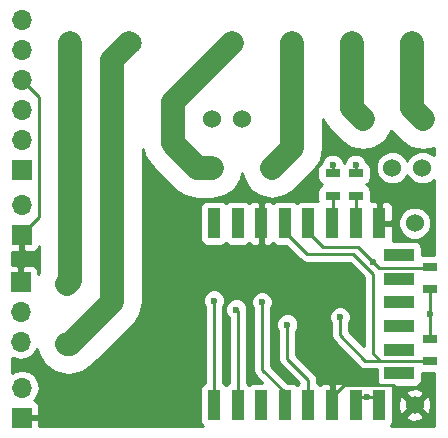
<source format=gbr>
G04 #@! TF.FileFunction,Copper,L2,Bot,Signal*
%FSLAX46Y46*%
G04 Gerber Fmt 4.6, Leading zero omitted, Abs format (unit mm)*
G04 Created by KiCad (PCBNEW 4.0.6) date Saturday, 10. February 2018 20:56:55*
%MOMM*%
%LPD*%
G01*
G04 APERTURE LIST*
%ADD10C,0.100000*%
%ADD11C,1.524000*%
%ADD12R,1.100000X2.500000*%
%ADD13R,2.500000X1.100000*%
%ADD14R,1.700000X1.700000*%
%ADD15O,1.700000X1.700000*%
%ADD16R,1.300000X0.700000*%
%ADD17C,1.800000*%
%ADD18C,0.600000*%
%ADD19C,0.250000*%
%ADD20C,2.000000*%
%ADD21C,0.254000*%
G04 APERTURE END LIST*
D10*
D11*
X162702400Y-107950000D03*
X157622400Y-107950000D03*
X147442400Y-107950000D03*
X144902400Y-107950000D03*
D12*
X145034000Y-116775000D03*
X147034000Y-116775000D03*
X149034000Y-116775000D03*
X151034000Y-116775000D03*
X153034000Y-116775000D03*
X155034000Y-116775000D03*
X157034000Y-116775000D03*
X159034000Y-116775000D03*
X159034000Y-132175000D03*
X157034000Y-132175000D03*
X155034000Y-132175000D03*
X153034000Y-132175000D03*
X151034000Y-132175000D03*
X149034000Y-132175000D03*
X147034000Y-132175000D03*
X145034000Y-132175000D03*
D13*
X160734000Y-119465000D03*
X160734000Y-121465000D03*
X160734000Y-123465000D03*
X160734000Y-125465000D03*
X160734000Y-127465000D03*
X160734000Y-129465000D03*
D11*
X132620000Y-121960000D03*
X132620000Y-126960000D03*
X162020000Y-116760000D03*
X162020000Y-132160000D03*
D14*
X128778000Y-117729000D03*
D15*
X128778000Y-115189000D03*
D14*
X128778000Y-133223000D03*
D15*
X128778000Y-130683000D03*
D14*
X128778000Y-112268000D03*
D15*
X128778000Y-109728000D03*
X128778000Y-107188000D03*
X128778000Y-104648000D03*
X128778000Y-102108000D03*
X128778000Y-99568000D03*
D11*
X144891600Y-112064800D03*
X149971600Y-112064800D03*
X160151600Y-112064800D03*
X162691600Y-112064800D03*
D16*
X163322000Y-128458000D03*
X163322000Y-126558000D03*
X163322000Y-120462000D03*
X163322000Y-122362000D03*
X155092400Y-112537200D03*
X155092400Y-114437200D03*
X157022800Y-112537200D03*
X157022800Y-114437200D03*
D17*
X161798000Y-101473000D03*
X156718000Y-101473000D03*
X151638000Y-101498400D03*
X146558000Y-101498400D03*
X138049000Y-101473000D03*
X132969000Y-101473000D03*
D14*
X128676400Y-121767600D03*
D15*
X128676400Y-124307600D03*
X128676400Y-126847600D03*
D18*
X157988000Y-131475000D03*
X163322000Y-124460000D03*
X153162000Y-123952000D03*
X145034000Y-123317000D03*
X146939000Y-124079000D03*
X155702000Y-124714000D03*
X158496000Y-120015000D03*
X151257000Y-125349000D03*
X155092400Y-111810800D03*
X157022800Y-111810800D03*
X149098000Y-123444000D03*
D19*
X157034000Y-131475000D02*
X157988000Y-131475000D01*
X157988000Y-131475000D02*
X159034000Y-131475000D01*
X163322000Y-122362000D02*
X163322000Y-124460000D01*
X163322000Y-124460000D02*
X163322000Y-126539000D01*
X163322000Y-122381000D02*
X163322000Y-124460000D01*
X128778000Y-117729000D02*
X128778000Y-117709398D01*
X128778000Y-117709398D02*
X130256998Y-116230400D01*
X130256998Y-116230400D02*
X130256998Y-106126998D01*
X130256998Y-106126998D02*
X128778000Y-104648000D01*
X162020000Y-132160000D02*
X161878000Y-132160000D01*
X161878000Y-132160000D02*
X160172400Y-130454400D01*
X160172400Y-130454400D02*
X156054600Y-130454400D01*
X156054600Y-130454400D02*
X155034000Y-131475000D01*
X145034000Y-123317000D02*
X145034000Y-131475000D01*
X147034000Y-124174000D02*
X147034000Y-124206000D01*
X146939000Y-124079000D02*
X147034000Y-124174000D01*
X147034000Y-124206000D02*
X147034000Y-131475000D01*
X157607000Y-120142000D02*
X158496000Y-121031000D01*
X158496000Y-121031000D02*
X158496000Y-123825000D01*
X159131000Y-128397000D02*
X157861000Y-128397000D01*
X155702000Y-126238000D02*
X155702000Y-124714000D01*
X157861000Y-128397000D02*
X155702000Y-126238000D01*
X152939000Y-119380000D02*
X151034000Y-117475000D01*
X156845000Y-119380000D02*
X152939000Y-119380000D01*
X157607000Y-120142000D02*
X156845000Y-119380000D01*
X159131000Y-128397000D02*
X163261000Y-128397000D01*
X158496000Y-127762000D02*
X158496000Y-123825000D01*
X159131000Y-128397000D02*
X158496000Y-127762000D01*
X163261000Y-128397000D02*
X163322000Y-128458000D01*
X159004000Y-120523000D02*
X158496000Y-120015000D01*
X158496000Y-120015000D02*
X157226000Y-118745000D01*
X157226000Y-118745000D02*
X154304000Y-118745000D01*
X154304000Y-118745000D02*
X153034000Y-117475000D01*
X159004000Y-120523000D02*
X163261000Y-120523000D01*
X163261000Y-120523000D02*
X163322000Y-120462000D01*
D20*
X156718000Y-101473000D02*
X156718000Y-107045600D01*
X156718000Y-107045600D02*
X157622400Y-107950000D01*
X161798000Y-101473000D02*
X161798000Y-107045600D01*
X161798000Y-107045600D02*
X162702400Y-107950000D01*
X144891600Y-112064800D02*
X143611600Y-112064800D01*
X141528800Y-106527600D02*
X146558000Y-101498400D01*
X141528800Y-109982000D02*
X141528800Y-106527600D01*
X143611600Y-112064800D02*
X141528800Y-109982000D01*
X151638000Y-101498400D02*
X151638000Y-110398400D01*
X151638000Y-110398400D02*
X149971600Y-112064800D01*
X132882000Y-101473000D02*
X132882000Y-121698000D01*
X132882000Y-121698000D02*
X132620000Y-121960000D01*
X132620000Y-126960000D02*
X132882000Y-126960000D01*
X132882000Y-126960000D02*
X136382002Y-123459998D01*
X136382002Y-123459998D02*
X136382002Y-102972998D01*
X136382002Y-102972998D02*
X137882000Y-101473000D01*
D19*
X155092400Y-114437200D02*
X155092400Y-117416600D01*
X155092400Y-117416600D02*
X155034000Y-117475000D01*
X157022800Y-114437200D02*
X157022800Y-117463800D01*
X157022800Y-117463800D02*
X157034000Y-117475000D01*
X151257000Y-128270000D02*
X151257000Y-125349000D01*
X153034000Y-131475000D02*
X153034000Y-130047000D01*
X153034000Y-130047000D02*
X151257000Y-128270000D01*
X153035000Y-131474000D02*
X153034000Y-131475000D01*
X155092400Y-112537200D02*
X155092400Y-111810800D01*
X157022800Y-112537200D02*
X157022800Y-111810800D01*
X149098000Y-123444000D02*
X149098000Y-129159000D01*
X149098000Y-129159000D02*
X151034000Y-131095000D01*
X151034000Y-131095000D02*
X151034000Y-131475000D01*
D21*
G36*
X162672000Y-129455440D02*
X163628000Y-129455440D01*
X163628000Y-133910000D01*
X160002946Y-133910000D01*
X160035441Y-133889090D01*
X160180431Y-133676890D01*
X160231440Y-133425000D01*
X160231440Y-133140213D01*
X161219392Y-133140213D01*
X161288857Y-133382397D01*
X161812302Y-133569144D01*
X162367368Y-133541362D01*
X162751143Y-133382397D01*
X162820608Y-133140213D01*
X162020000Y-132339605D01*
X161219392Y-133140213D01*
X160231440Y-133140213D01*
X160231440Y-131952302D01*
X160610856Y-131952302D01*
X160638638Y-132507368D01*
X160797603Y-132891143D01*
X161039787Y-132960608D01*
X161840395Y-132160000D01*
X162199605Y-132160000D01*
X163000213Y-132960608D01*
X163242397Y-132891143D01*
X163429144Y-132367698D01*
X163401362Y-131812632D01*
X163242397Y-131428857D01*
X163000213Y-131359392D01*
X162199605Y-132160000D01*
X161840395Y-132160000D01*
X161039787Y-131359392D01*
X160797603Y-131428857D01*
X160610856Y-131952302D01*
X160231440Y-131952302D01*
X160231440Y-131179787D01*
X161219392Y-131179787D01*
X162020000Y-131980395D01*
X162820608Y-131179787D01*
X162751143Y-130937603D01*
X162227698Y-130750856D01*
X161672632Y-130778638D01*
X161288857Y-130937603D01*
X161219392Y-131179787D01*
X160231440Y-131179787D01*
X160231440Y-130925000D01*
X160187162Y-130689683D01*
X160169632Y-130662440D01*
X161984000Y-130662440D01*
X162219317Y-130618162D01*
X162435441Y-130479090D01*
X162580431Y-130266890D01*
X162631440Y-130015000D01*
X162631440Y-129447226D01*
X162672000Y-129455440D01*
X162672000Y-129455440D01*
G37*
X162672000Y-129455440D02*
X163628000Y-129455440D01*
X163628000Y-133910000D01*
X160002946Y-133910000D01*
X160035441Y-133889090D01*
X160180431Y-133676890D01*
X160231440Y-133425000D01*
X160231440Y-133140213D01*
X161219392Y-133140213D01*
X161288857Y-133382397D01*
X161812302Y-133569144D01*
X162367368Y-133541362D01*
X162751143Y-133382397D01*
X162820608Y-133140213D01*
X162020000Y-132339605D01*
X161219392Y-133140213D01*
X160231440Y-133140213D01*
X160231440Y-131952302D01*
X160610856Y-131952302D01*
X160638638Y-132507368D01*
X160797603Y-132891143D01*
X161039787Y-132960608D01*
X161840395Y-132160000D01*
X162199605Y-132160000D01*
X163000213Y-132960608D01*
X163242397Y-132891143D01*
X163429144Y-132367698D01*
X163401362Y-131812632D01*
X163242397Y-131428857D01*
X163000213Y-131359392D01*
X162199605Y-132160000D01*
X161840395Y-132160000D01*
X161039787Y-131359392D01*
X160797603Y-131428857D01*
X160610856Y-131952302D01*
X160231440Y-131952302D01*
X160231440Y-131179787D01*
X161219392Y-131179787D01*
X162020000Y-131980395D01*
X162820608Y-131179787D01*
X162751143Y-130937603D01*
X162227698Y-130750856D01*
X161672632Y-130778638D01*
X161288857Y-130937603D01*
X161219392Y-131179787D01*
X160231440Y-131179787D01*
X160231440Y-130925000D01*
X160187162Y-130689683D01*
X160169632Y-130662440D01*
X161984000Y-130662440D01*
X162219317Y-130618162D01*
X162435441Y-130479090D01*
X162580431Y-130266890D01*
X162631440Y-130015000D01*
X162631440Y-129447226D01*
X162672000Y-129455440D01*
G36*
X154290968Y-108050910D02*
X154860430Y-108903170D01*
X155764831Y-109807570D01*
X156617090Y-110377032D01*
X157622400Y-110577001D01*
X158627710Y-110377032D01*
X159479970Y-109807570D01*
X160026656Y-108989396D01*
X160844831Y-109807570D01*
X161697090Y-110377032D01*
X162702400Y-110577001D01*
X163628000Y-110392887D01*
X163628000Y-111025453D01*
X163483970Y-110881171D01*
X162970700Y-110668043D01*
X162414939Y-110667558D01*
X161901297Y-110879790D01*
X161507971Y-111272430D01*
X161421651Y-111480312D01*
X161336610Y-111274497D01*
X160943970Y-110881171D01*
X160430700Y-110668043D01*
X159874939Y-110667558D01*
X159361297Y-110879790D01*
X158967971Y-111272430D01*
X158754843Y-111785700D01*
X158754358Y-112341461D01*
X158966590Y-112855103D01*
X159359230Y-113248429D01*
X159872500Y-113461557D01*
X160428261Y-113462042D01*
X160941903Y-113249810D01*
X161335229Y-112857170D01*
X161421549Y-112649288D01*
X161506590Y-112855103D01*
X161899230Y-113248429D01*
X162412500Y-113461557D01*
X162968261Y-113462042D01*
X163481903Y-113249810D01*
X163628000Y-113103968D01*
X163628000Y-119464560D01*
X162672000Y-119464560D01*
X162631440Y-119472192D01*
X162631440Y-118915000D01*
X162587162Y-118679683D01*
X162448090Y-118463559D01*
X162235890Y-118318569D01*
X161984000Y-118267560D01*
X160170847Y-118267560D01*
X160219000Y-118151309D01*
X160219000Y-117060750D01*
X160194911Y-117036661D01*
X160622758Y-117036661D01*
X160834990Y-117550303D01*
X161227630Y-117943629D01*
X161740900Y-118156757D01*
X162296661Y-118157242D01*
X162810303Y-117945010D01*
X163203629Y-117552370D01*
X163416757Y-117039100D01*
X163417242Y-116483339D01*
X163205010Y-115969697D01*
X162812370Y-115576371D01*
X162299100Y-115363243D01*
X161743339Y-115362758D01*
X161229697Y-115574990D01*
X160836371Y-115967630D01*
X160623243Y-116480900D01*
X160622758Y-117036661D01*
X160194911Y-117036661D01*
X160060250Y-116902000D01*
X159161000Y-116902000D01*
X159161000Y-116922000D01*
X158907000Y-116922000D01*
X158907000Y-116902000D01*
X158887000Y-116902000D01*
X158887000Y-116648000D01*
X158907000Y-116648000D01*
X158907000Y-115048750D01*
X159161000Y-115048750D01*
X159161000Y-116648000D01*
X160060250Y-116648000D01*
X160219000Y-116489250D01*
X160219000Y-115398691D01*
X160122327Y-115165302D01*
X159943699Y-114986673D01*
X159710310Y-114890000D01*
X159319750Y-114890000D01*
X159161000Y-115048750D01*
X158907000Y-115048750D01*
X158748250Y-114890000D01*
X158357690Y-114890000D01*
X158294087Y-114916345D01*
X158320240Y-114787200D01*
X158320240Y-114087200D01*
X158275962Y-113851883D01*
X158136890Y-113635759D01*
X157924690Y-113490769D01*
X157911603Y-113488119D01*
X158124241Y-113351290D01*
X158269231Y-113139090D01*
X158320240Y-112887200D01*
X158320240Y-112187200D01*
X158275962Y-111951883D01*
X158136890Y-111735759D01*
X157950978Y-111608731D01*
X157815917Y-111281857D01*
X157553127Y-111018608D01*
X157209599Y-110875962D01*
X156837633Y-110875638D01*
X156493857Y-111017683D01*
X156230608Y-111280473D01*
X156092550Y-111612951D01*
X156058666Y-111634755D01*
X156020578Y-111608731D01*
X155885517Y-111281857D01*
X155622727Y-111018608D01*
X155279199Y-110875962D01*
X154907233Y-110875638D01*
X154563457Y-111017683D01*
X154300208Y-111280473D01*
X154162150Y-111612951D01*
X153990959Y-111723110D01*
X153845969Y-111935310D01*
X153794960Y-112187200D01*
X153794960Y-112887200D01*
X153839238Y-113122517D01*
X153978310Y-113338641D01*
X154190510Y-113483631D01*
X154203597Y-113486281D01*
X153990959Y-113623110D01*
X153845969Y-113835310D01*
X153794960Y-114087200D01*
X153794960Y-114787200D01*
X153820993Y-114925552D01*
X153584000Y-114877560D01*
X152484000Y-114877560D01*
X152248683Y-114921838D01*
X152032559Y-115060910D01*
X152031610Y-115062299D01*
X151835890Y-114928569D01*
X151584000Y-114877560D01*
X150484000Y-114877560D01*
X150248683Y-114921838D01*
X150032559Y-115060910D01*
X150026623Y-115069598D01*
X149943699Y-114986673D01*
X149710310Y-114890000D01*
X149319750Y-114890000D01*
X149161000Y-115048750D01*
X149161000Y-116648000D01*
X149181000Y-116648000D01*
X149181000Y-116902000D01*
X149161000Y-116902000D01*
X149161000Y-118501250D01*
X149319750Y-118660000D01*
X149710310Y-118660000D01*
X149943699Y-118563327D01*
X150026252Y-118480774D01*
X150232110Y-118621431D01*
X150484000Y-118672440D01*
X151156638Y-118672440D01*
X152401599Y-119917401D01*
X152648161Y-120082148D01*
X152939000Y-120140000D01*
X156530198Y-120140000D01*
X157736000Y-121345802D01*
X157736000Y-127197198D01*
X156462000Y-125923198D01*
X156462000Y-125276463D01*
X156494192Y-125244327D01*
X156636838Y-124900799D01*
X156637162Y-124528833D01*
X156495117Y-124185057D01*
X156232327Y-123921808D01*
X155888799Y-123779162D01*
X155516833Y-123778838D01*
X155173057Y-123920883D01*
X154909808Y-124183673D01*
X154767162Y-124527201D01*
X154766838Y-124899167D01*
X154908883Y-125242943D01*
X154942000Y-125276118D01*
X154942000Y-126238000D01*
X154999852Y-126528839D01*
X155164599Y-126775401D01*
X157323599Y-128934401D01*
X157570161Y-129099148D01*
X157861000Y-129157000D01*
X158836560Y-129157000D01*
X158836560Y-130015000D01*
X158880838Y-130250317D01*
X158898368Y-130277560D01*
X158484000Y-130277560D01*
X158248683Y-130321838D01*
X158032559Y-130460910D01*
X158031610Y-130462299D01*
X157835890Y-130328569D01*
X157584000Y-130277560D01*
X156484000Y-130277560D01*
X156248683Y-130321838D01*
X156032559Y-130460910D01*
X156026623Y-130469598D01*
X155943699Y-130386673D01*
X155710310Y-130290000D01*
X155319750Y-130290000D01*
X155161000Y-130448750D01*
X155161000Y-132048000D01*
X155181000Y-132048000D01*
X155181000Y-132302000D01*
X155161000Y-132302000D01*
X155161000Y-132322000D01*
X154907000Y-132322000D01*
X154907000Y-132302000D01*
X154887000Y-132302000D01*
X154887000Y-132048000D01*
X154907000Y-132048000D01*
X154907000Y-130448750D01*
X154748250Y-130290000D01*
X154357690Y-130290000D01*
X154124301Y-130386673D01*
X154041748Y-130469226D01*
X153835890Y-130328569D01*
X153794000Y-130320086D01*
X153794000Y-130047000D01*
X153736148Y-129756161D01*
X153653819Y-129632946D01*
X153571402Y-129509599D01*
X152017000Y-127955198D01*
X152017000Y-125911463D01*
X152049192Y-125879327D01*
X152191838Y-125535799D01*
X152192162Y-125163833D01*
X152050117Y-124820057D01*
X151787327Y-124556808D01*
X151443799Y-124414162D01*
X151071833Y-124413838D01*
X150728057Y-124555883D01*
X150464808Y-124818673D01*
X150322162Y-125162201D01*
X150321838Y-125534167D01*
X150463883Y-125877943D01*
X150497000Y-125911118D01*
X150497000Y-128270000D01*
X150554852Y-128560839D01*
X150719599Y-128807401D01*
X152239770Y-130327573D01*
X152032559Y-130460910D01*
X152031610Y-130462299D01*
X151835890Y-130328569D01*
X151584000Y-130277560D01*
X151291362Y-130277560D01*
X149858000Y-128844198D01*
X149858000Y-124006463D01*
X149890192Y-123974327D01*
X150032838Y-123630799D01*
X150033162Y-123258833D01*
X149891117Y-122915057D01*
X149628327Y-122651808D01*
X149284799Y-122509162D01*
X148912833Y-122508838D01*
X148569057Y-122650883D01*
X148305808Y-122913673D01*
X148163162Y-123257201D01*
X148162838Y-123629167D01*
X148304883Y-123972943D01*
X148338000Y-124006118D01*
X148338000Y-129159000D01*
X148395852Y-129449839D01*
X148560599Y-129696401D01*
X149141758Y-130277560D01*
X148484000Y-130277560D01*
X148248683Y-130321838D01*
X148032559Y-130460910D01*
X148031610Y-130462299D01*
X147835890Y-130328569D01*
X147794000Y-130320086D01*
X147794000Y-124458069D01*
X147873838Y-124265799D01*
X147874162Y-123893833D01*
X147732117Y-123550057D01*
X147469327Y-123286808D01*
X147125799Y-123144162D01*
X146753833Y-123143838D01*
X146410057Y-123285883D01*
X146146808Y-123548673D01*
X146004162Y-123892201D01*
X146003838Y-124264167D01*
X146145883Y-124607943D01*
X146274000Y-124736284D01*
X146274000Y-130317074D01*
X146248683Y-130321838D01*
X146032559Y-130460910D01*
X146031610Y-130462299D01*
X145835890Y-130328569D01*
X145794000Y-130320086D01*
X145794000Y-123879463D01*
X145826192Y-123847327D01*
X145968838Y-123503799D01*
X145969162Y-123131833D01*
X145827117Y-122788057D01*
X145564327Y-122524808D01*
X145220799Y-122382162D01*
X144848833Y-122381838D01*
X144505057Y-122523883D01*
X144241808Y-122786673D01*
X144099162Y-123130201D01*
X144098838Y-123502167D01*
X144240883Y-123845943D01*
X144274000Y-123879118D01*
X144274000Y-130317074D01*
X144248683Y-130321838D01*
X144032559Y-130460910D01*
X143887569Y-130673110D01*
X143836560Y-130925000D01*
X143836560Y-133425000D01*
X143880838Y-133660317D01*
X144019910Y-133876441D01*
X144069025Y-133910000D01*
X130263000Y-133910000D01*
X130263000Y-133508750D01*
X130104250Y-133350000D01*
X128905000Y-133350000D01*
X128905000Y-133370000D01*
X128651000Y-133370000D01*
X128651000Y-133350000D01*
X128631000Y-133350000D01*
X128631000Y-133096000D01*
X128651000Y-133096000D01*
X128651000Y-133076000D01*
X128905000Y-133076000D01*
X128905000Y-133096000D01*
X130104250Y-133096000D01*
X130263000Y-132937250D01*
X130263000Y-132246690D01*
X130166327Y-132013301D01*
X129987698Y-131834673D01*
X129813223Y-131762403D01*
X129857147Y-131733054D01*
X130179054Y-131251285D01*
X130292093Y-130683000D01*
X130179054Y-130114715D01*
X129857147Y-129632946D01*
X129375378Y-129311039D01*
X128807093Y-129198000D01*
X128748907Y-129198000D01*
X128180622Y-129311039D01*
X127964000Y-129455781D01*
X127964000Y-128142706D01*
X128079022Y-128219561D01*
X128647307Y-128332600D01*
X128705493Y-128332600D01*
X129273778Y-128219561D01*
X129755547Y-127897654D01*
X130077454Y-127415885D01*
X130080567Y-127400232D01*
X130192968Y-127965309D01*
X130762430Y-128817570D01*
X131614691Y-129387032D01*
X132620000Y-129587000D01*
X132881995Y-129587000D01*
X132882000Y-129587001D01*
X133887310Y-129387032D01*
X134739570Y-128817570D01*
X138239569Y-125317570D01*
X138239572Y-125317568D01*
X138809034Y-124465307D01*
X139009002Y-123459998D01*
X139009002Y-115525000D01*
X143836560Y-115525000D01*
X143836560Y-118025000D01*
X143880838Y-118260317D01*
X144019910Y-118476441D01*
X144232110Y-118621431D01*
X144484000Y-118672440D01*
X145584000Y-118672440D01*
X145819317Y-118628162D01*
X146035441Y-118489090D01*
X146036390Y-118487701D01*
X146232110Y-118621431D01*
X146484000Y-118672440D01*
X147584000Y-118672440D01*
X147819317Y-118628162D01*
X148035441Y-118489090D01*
X148041377Y-118480402D01*
X148124301Y-118563327D01*
X148357690Y-118660000D01*
X148748250Y-118660000D01*
X148907000Y-118501250D01*
X148907000Y-116902000D01*
X148887000Y-116902000D01*
X148887000Y-116648000D01*
X148907000Y-116648000D01*
X148907000Y-115048750D01*
X148748250Y-114890000D01*
X148357690Y-114890000D01*
X148124301Y-114986673D01*
X148041748Y-115069226D01*
X147835890Y-114928569D01*
X147584000Y-114877560D01*
X146484000Y-114877560D01*
X146248683Y-114921838D01*
X146032559Y-115060910D01*
X146031610Y-115062299D01*
X145835890Y-114928569D01*
X145584000Y-114877560D01*
X144484000Y-114877560D01*
X144248683Y-114921838D01*
X144032559Y-115060910D01*
X143887569Y-115273110D01*
X143836560Y-115525000D01*
X139009002Y-115525000D01*
X139009002Y-110520945D01*
X139101768Y-110987310D01*
X139671230Y-111839570D01*
X141754030Y-113922370D01*
X142606290Y-114491832D01*
X143611600Y-114691801D01*
X143611605Y-114691800D01*
X144891600Y-114691800D01*
X145896909Y-114491832D01*
X146749170Y-113922370D01*
X147318632Y-113070109D01*
X147431600Y-112502181D01*
X147544568Y-113070110D01*
X148114030Y-113922370D01*
X148966290Y-114491832D01*
X149971600Y-114691801D01*
X150976910Y-114491832D01*
X151829170Y-113922370D01*
X153495567Y-112255972D01*
X153495570Y-112255970D01*
X154065032Y-111403709D01*
X154265000Y-110398400D01*
X154265000Y-107920360D01*
X154290968Y-108050910D01*
X154290968Y-108050910D01*
G37*
X154290968Y-108050910D02*
X154860430Y-108903170D01*
X155764831Y-109807570D01*
X156617090Y-110377032D01*
X157622400Y-110577001D01*
X158627710Y-110377032D01*
X159479970Y-109807570D01*
X160026656Y-108989396D01*
X160844831Y-109807570D01*
X161697090Y-110377032D01*
X162702400Y-110577001D01*
X163628000Y-110392887D01*
X163628000Y-111025453D01*
X163483970Y-110881171D01*
X162970700Y-110668043D01*
X162414939Y-110667558D01*
X161901297Y-110879790D01*
X161507971Y-111272430D01*
X161421651Y-111480312D01*
X161336610Y-111274497D01*
X160943970Y-110881171D01*
X160430700Y-110668043D01*
X159874939Y-110667558D01*
X159361297Y-110879790D01*
X158967971Y-111272430D01*
X158754843Y-111785700D01*
X158754358Y-112341461D01*
X158966590Y-112855103D01*
X159359230Y-113248429D01*
X159872500Y-113461557D01*
X160428261Y-113462042D01*
X160941903Y-113249810D01*
X161335229Y-112857170D01*
X161421549Y-112649288D01*
X161506590Y-112855103D01*
X161899230Y-113248429D01*
X162412500Y-113461557D01*
X162968261Y-113462042D01*
X163481903Y-113249810D01*
X163628000Y-113103968D01*
X163628000Y-119464560D01*
X162672000Y-119464560D01*
X162631440Y-119472192D01*
X162631440Y-118915000D01*
X162587162Y-118679683D01*
X162448090Y-118463559D01*
X162235890Y-118318569D01*
X161984000Y-118267560D01*
X160170847Y-118267560D01*
X160219000Y-118151309D01*
X160219000Y-117060750D01*
X160194911Y-117036661D01*
X160622758Y-117036661D01*
X160834990Y-117550303D01*
X161227630Y-117943629D01*
X161740900Y-118156757D01*
X162296661Y-118157242D01*
X162810303Y-117945010D01*
X163203629Y-117552370D01*
X163416757Y-117039100D01*
X163417242Y-116483339D01*
X163205010Y-115969697D01*
X162812370Y-115576371D01*
X162299100Y-115363243D01*
X161743339Y-115362758D01*
X161229697Y-115574990D01*
X160836371Y-115967630D01*
X160623243Y-116480900D01*
X160622758Y-117036661D01*
X160194911Y-117036661D01*
X160060250Y-116902000D01*
X159161000Y-116902000D01*
X159161000Y-116922000D01*
X158907000Y-116922000D01*
X158907000Y-116902000D01*
X158887000Y-116902000D01*
X158887000Y-116648000D01*
X158907000Y-116648000D01*
X158907000Y-115048750D01*
X159161000Y-115048750D01*
X159161000Y-116648000D01*
X160060250Y-116648000D01*
X160219000Y-116489250D01*
X160219000Y-115398691D01*
X160122327Y-115165302D01*
X159943699Y-114986673D01*
X159710310Y-114890000D01*
X159319750Y-114890000D01*
X159161000Y-115048750D01*
X158907000Y-115048750D01*
X158748250Y-114890000D01*
X158357690Y-114890000D01*
X158294087Y-114916345D01*
X158320240Y-114787200D01*
X158320240Y-114087200D01*
X158275962Y-113851883D01*
X158136890Y-113635759D01*
X157924690Y-113490769D01*
X157911603Y-113488119D01*
X158124241Y-113351290D01*
X158269231Y-113139090D01*
X158320240Y-112887200D01*
X158320240Y-112187200D01*
X158275962Y-111951883D01*
X158136890Y-111735759D01*
X157950978Y-111608731D01*
X157815917Y-111281857D01*
X157553127Y-111018608D01*
X157209599Y-110875962D01*
X156837633Y-110875638D01*
X156493857Y-111017683D01*
X156230608Y-111280473D01*
X156092550Y-111612951D01*
X156058666Y-111634755D01*
X156020578Y-111608731D01*
X155885517Y-111281857D01*
X155622727Y-111018608D01*
X155279199Y-110875962D01*
X154907233Y-110875638D01*
X154563457Y-111017683D01*
X154300208Y-111280473D01*
X154162150Y-111612951D01*
X153990959Y-111723110D01*
X153845969Y-111935310D01*
X153794960Y-112187200D01*
X153794960Y-112887200D01*
X153839238Y-113122517D01*
X153978310Y-113338641D01*
X154190510Y-113483631D01*
X154203597Y-113486281D01*
X153990959Y-113623110D01*
X153845969Y-113835310D01*
X153794960Y-114087200D01*
X153794960Y-114787200D01*
X153820993Y-114925552D01*
X153584000Y-114877560D01*
X152484000Y-114877560D01*
X152248683Y-114921838D01*
X152032559Y-115060910D01*
X152031610Y-115062299D01*
X151835890Y-114928569D01*
X151584000Y-114877560D01*
X150484000Y-114877560D01*
X150248683Y-114921838D01*
X150032559Y-115060910D01*
X150026623Y-115069598D01*
X149943699Y-114986673D01*
X149710310Y-114890000D01*
X149319750Y-114890000D01*
X149161000Y-115048750D01*
X149161000Y-116648000D01*
X149181000Y-116648000D01*
X149181000Y-116902000D01*
X149161000Y-116902000D01*
X149161000Y-118501250D01*
X149319750Y-118660000D01*
X149710310Y-118660000D01*
X149943699Y-118563327D01*
X150026252Y-118480774D01*
X150232110Y-118621431D01*
X150484000Y-118672440D01*
X151156638Y-118672440D01*
X152401599Y-119917401D01*
X152648161Y-120082148D01*
X152939000Y-120140000D01*
X156530198Y-120140000D01*
X157736000Y-121345802D01*
X157736000Y-127197198D01*
X156462000Y-125923198D01*
X156462000Y-125276463D01*
X156494192Y-125244327D01*
X156636838Y-124900799D01*
X156637162Y-124528833D01*
X156495117Y-124185057D01*
X156232327Y-123921808D01*
X155888799Y-123779162D01*
X155516833Y-123778838D01*
X155173057Y-123920883D01*
X154909808Y-124183673D01*
X154767162Y-124527201D01*
X154766838Y-124899167D01*
X154908883Y-125242943D01*
X154942000Y-125276118D01*
X154942000Y-126238000D01*
X154999852Y-126528839D01*
X155164599Y-126775401D01*
X157323599Y-128934401D01*
X157570161Y-129099148D01*
X157861000Y-129157000D01*
X158836560Y-129157000D01*
X158836560Y-130015000D01*
X158880838Y-130250317D01*
X158898368Y-130277560D01*
X158484000Y-130277560D01*
X158248683Y-130321838D01*
X158032559Y-130460910D01*
X158031610Y-130462299D01*
X157835890Y-130328569D01*
X157584000Y-130277560D01*
X156484000Y-130277560D01*
X156248683Y-130321838D01*
X156032559Y-130460910D01*
X156026623Y-130469598D01*
X155943699Y-130386673D01*
X155710310Y-130290000D01*
X155319750Y-130290000D01*
X155161000Y-130448750D01*
X155161000Y-132048000D01*
X155181000Y-132048000D01*
X155181000Y-132302000D01*
X155161000Y-132302000D01*
X155161000Y-132322000D01*
X154907000Y-132322000D01*
X154907000Y-132302000D01*
X154887000Y-132302000D01*
X154887000Y-132048000D01*
X154907000Y-132048000D01*
X154907000Y-130448750D01*
X154748250Y-130290000D01*
X154357690Y-130290000D01*
X154124301Y-130386673D01*
X154041748Y-130469226D01*
X153835890Y-130328569D01*
X153794000Y-130320086D01*
X153794000Y-130047000D01*
X153736148Y-129756161D01*
X153653819Y-129632946D01*
X153571402Y-129509599D01*
X152017000Y-127955198D01*
X152017000Y-125911463D01*
X152049192Y-125879327D01*
X152191838Y-125535799D01*
X152192162Y-125163833D01*
X152050117Y-124820057D01*
X151787327Y-124556808D01*
X151443799Y-124414162D01*
X151071833Y-124413838D01*
X150728057Y-124555883D01*
X150464808Y-124818673D01*
X150322162Y-125162201D01*
X150321838Y-125534167D01*
X150463883Y-125877943D01*
X150497000Y-125911118D01*
X150497000Y-128270000D01*
X150554852Y-128560839D01*
X150719599Y-128807401D01*
X152239770Y-130327573D01*
X152032559Y-130460910D01*
X152031610Y-130462299D01*
X151835890Y-130328569D01*
X151584000Y-130277560D01*
X151291362Y-130277560D01*
X149858000Y-128844198D01*
X149858000Y-124006463D01*
X149890192Y-123974327D01*
X150032838Y-123630799D01*
X150033162Y-123258833D01*
X149891117Y-122915057D01*
X149628327Y-122651808D01*
X149284799Y-122509162D01*
X148912833Y-122508838D01*
X148569057Y-122650883D01*
X148305808Y-122913673D01*
X148163162Y-123257201D01*
X148162838Y-123629167D01*
X148304883Y-123972943D01*
X148338000Y-124006118D01*
X148338000Y-129159000D01*
X148395852Y-129449839D01*
X148560599Y-129696401D01*
X149141758Y-130277560D01*
X148484000Y-130277560D01*
X148248683Y-130321838D01*
X148032559Y-130460910D01*
X148031610Y-130462299D01*
X147835890Y-130328569D01*
X147794000Y-130320086D01*
X147794000Y-124458069D01*
X147873838Y-124265799D01*
X147874162Y-123893833D01*
X147732117Y-123550057D01*
X147469327Y-123286808D01*
X147125799Y-123144162D01*
X146753833Y-123143838D01*
X146410057Y-123285883D01*
X146146808Y-123548673D01*
X146004162Y-123892201D01*
X146003838Y-124264167D01*
X146145883Y-124607943D01*
X146274000Y-124736284D01*
X146274000Y-130317074D01*
X146248683Y-130321838D01*
X146032559Y-130460910D01*
X146031610Y-130462299D01*
X145835890Y-130328569D01*
X145794000Y-130320086D01*
X145794000Y-123879463D01*
X145826192Y-123847327D01*
X145968838Y-123503799D01*
X145969162Y-123131833D01*
X145827117Y-122788057D01*
X145564327Y-122524808D01*
X145220799Y-122382162D01*
X144848833Y-122381838D01*
X144505057Y-122523883D01*
X144241808Y-122786673D01*
X144099162Y-123130201D01*
X144098838Y-123502167D01*
X144240883Y-123845943D01*
X144274000Y-123879118D01*
X144274000Y-130317074D01*
X144248683Y-130321838D01*
X144032559Y-130460910D01*
X143887569Y-130673110D01*
X143836560Y-130925000D01*
X143836560Y-133425000D01*
X143880838Y-133660317D01*
X144019910Y-133876441D01*
X144069025Y-133910000D01*
X130263000Y-133910000D01*
X130263000Y-133508750D01*
X130104250Y-133350000D01*
X128905000Y-133350000D01*
X128905000Y-133370000D01*
X128651000Y-133370000D01*
X128651000Y-133350000D01*
X128631000Y-133350000D01*
X128631000Y-133096000D01*
X128651000Y-133096000D01*
X128651000Y-133076000D01*
X128905000Y-133076000D01*
X128905000Y-133096000D01*
X130104250Y-133096000D01*
X130263000Y-132937250D01*
X130263000Y-132246690D01*
X130166327Y-132013301D01*
X129987698Y-131834673D01*
X129813223Y-131762403D01*
X129857147Y-131733054D01*
X130179054Y-131251285D01*
X130292093Y-130683000D01*
X130179054Y-130114715D01*
X129857147Y-129632946D01*
X129375378Y-129311039D01*
X128807093Y-129198000D01*
X128748907Y-129198000D01*
X128180622Y-129311039D01*
X127964000Y-129455781D01*
X127964000Y-128142706D01*
X128079022Y-128219561D01*
X128647307Y-128332600D01*
X128705493Y-128332600D01*
X129273778Y-128219561D01*
X129755547Y-127897654D01*
X130077454Y-127415885D01*
X130080567Y-127400232D01*
X130192968Y-127965309D01*
X130762430Y-128817570D01*
X131614691Y-129387032D01*
X132620000Y-129587000D01*
X132881995Y-129587000D01*
X132882000Y-129587001D01*
X133887310Y-129387032D01*
X134739570Y-128817570D01*
X138239569Y-125317570D01*
X138239572Y-125317568D01*
X138809034Y-124465307D01*
X139009002Y-123459998D01*
X139009002Y-115525000D01*
X143836560Y-115525000D01*
X143836560Y-118025000D01*
X143880838Y-118260317D01*
X144019910Y-118476441D01*
X144232110Y-118621431D01*
X144484000Y-118672440D01*
X145584000Y-118672440D01*
X145819317Y-118628162D01*
X146035441Y-118489090D01*
X146036390Y-118487701D01*
X146232110Y-118621431D01*
X146484000Y-118672440D01*
X147584000Y-118672440D01*
X147819317Y-118628162D01*
X148035441Y-118489090D01*
X148041377Y-118480402D01*
X148124301Y-118563327D01*
X148357690Y-118660000D01*
X148748250Y-118660000D01*
X148907000Y-118501250D01*
X148907000Y-116902000D01*
X148887000Y-116902000D01*
X148887000Y-116648000D01*
X148907000Y-116648000D01*
X148907000Y-115048750D01*
X148748250Y-114890000D01*
X148357690Y-114890000D01*
X148124301Y-114986673D01*
X148041748Y-115069226D01*
X147835890Y-114928569D01*
X147584000Y-114877560D01*
X146484000Y-114877560D01*
X146248683Y-114921838D01*
X146032559Y-115060910D01*
X146031610Y-115062299D01*
X145835890Y-114928569D01*
X145584000Y-114877560D01*
X144484000Y-114877560D01*
X144248683Y-114921838D01*
X144032559Y-115060910D01*
X143887569Y-115273110D01*
X143836560Y-115525000D01*
X139009002Y-115525000D01*
X139009002Y-110520945D01*
X139101768Y-110987310D01*
X139671230Y-111839570D01*
X141754030Y-113922370D01*
X142606290Y-114491832D01*
X143611600Y-114691801D01*
X143611605Y-114691800D01*
X144891600Y-114691800D01*
X145896909Y-114491832D01*
X146749170Y-113922370D01*
X147318632Y-113070109D01*
X147431600Y-112502181D01*
X147544568Y-113070110D01*
X148114030Y-113922370D01*
X148966290Y-114491832D01*
X149971600Y-114691801D01*
X150976910Y-114491832D01*
X151829170Y-113922370D01*
X153495567Y-112255972D01*
X153495570Y-112255970D01*
X154065032Y-111403709D01*
X154265000Y-110398400D01*
X154265000Y-107920360D01*
X154290968Y-108050910D01*
G36*
X128905000Y-117602000D02*
X128925000Y-117602000D01*
X128925000Y-117856000D01*
X128905000Y-117856000D01*
X128905000Y-119055250D01*
X129063750Y-119214000D01*
X129754309Y-119214000D01*
X129987698Y-119117327D01*
X130166327Y-118938699D01*
X130255000Y-118724624D01*
X130255000Y-120861853D01*
X130192968Y-120954690D01*
X130161400Y-121113393D01*
X130161400Y-120791290D01*
X130064727Y-120557901D01*
X129886098Y-120379273D01*
X129652709Y-120282600D01*
X128962150Y-120282600D01*
X128803400Y-120441350D01*
X128803400Y-121640600D01*
X128823400Y-121640600D01*
X128823400Y-121894600D01*
X128803400Y-121894600D01*
X128803400Y-121914600D01*
X128549400Y-121914600D01*
X128549400Y-121894600D01*
X128529400Y-121894600D01*
X128529400Y-121640600D01*
X128549400Y-121640600D01*
X128549400Y-120441350D01*
X128390650Y-120282600D01*
X127964000Y-120282600D01*
X127964000Y-119214000D01*
X128492250Y-119214000D01*
X128651000Y-119055250D01*
X128651000Y-117856000D01*
X128631000Y-117856000D01*
X128631000Y-117602000D01*
X128651000Y-117602000D01*
X128651000Y-117582000D01*
X128905000Y-117582000D01*
X128905000Y-117602000D01*
X128905000Y-117602000D01*
G37*
X128905000Y-117602000D02*
X128925000Y-117602000D01*
X128925000Y-117856000D01*
X128905000Y-117856000D01*
X128905000Y-119055250D01*
X129063750Y-119214000D01*
X129754309Y-119214000D01*
X129987698Y-119117327D01*
X130166327Y-118938699D01*
X130255000Y-118724624D01*
X130255000Y-120861853D01*
X130192968Y-120954690D01*
X130161400Y-121113393D01*
X130161400Y-120791290D01*
X130064727Y-120557901D01*
X129886098Y-120379273D01*
X129652709Y-120282600D01*
X128962150Y-120282600D01*
X128803400Y-120441350D01*
X128803400Y-121640600D01*
X128823400Y-121640600D01*
X128823400Y-121894600D01*
X128803400Y-121894600D01*
X128803400Y-121914600D01*
X128549400Y-121914600D01*
X128549400Y-121894600D01*
X128529400Y-121894600D01*
X128529400Y-121640600D01*
X128549400Y-121640600D01*
X128549400Y-120441350D01*
X128390650Y-120282600D01*
X127964000Y-120282600D01*
X127964000Y-119214000D01*
X128492250Y-119214000D01*
X128651000Y-119055250D01*
X128651000Y-117856000D01*
X128631000Y-117856000D01*
X128631000Y-117602000D01*
X128651000Y-117602000D01*
X128651000Y-117582000D01*
X128905000Y-117582000D01*
X128905000Y-117602000D01*
G36*
X128905000Y-104521000D02*
X128925000Y-104521000D01*
X128925000Y-104775000D01*
X128905000Y-104775000D01*
X128905000Y-104795000D01*
X128651000Y-104795000D01*
X128651000Y-104775000D01*
X128631000Y-104775000D01*
X128631000Y-104521000D01*
X128651000Y-104521000D01*
X128651000Y-104501000D01*
X128905000Y-104501000D01*
X128905000Y-104521000D01*
X128905000Y-104521000D01*
G37*
X128905000Y-104521000D02*
X128925000Y-104521000D01*
X128925000Y-104775000D01*
X128905000Y-104775000D01*
X128905000Y-104795000D01*
X128651000Y-104795000D01*
X128651000Y-104775000D01*
X128631000Y-104775000D01*
X128631000Y-104521000D01*
X128651000Y-104521000D01*
X128651000Y-104501000D01*
X128905000Y-104501000D01*
X128905000Y-104521000D01*
M02*

</source>
